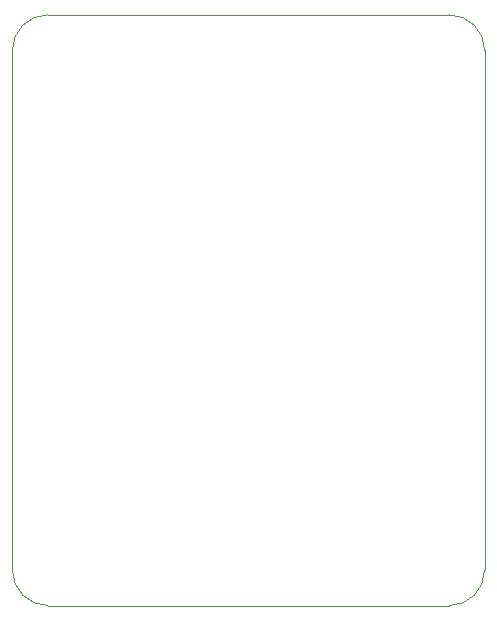
<source format=gbr>
%TF.GenerationSoftware,KiCad,Pcbnew,7.0.7*%
%TF.CreationDate,2024-09-16T17:18:32+01:00*%
%TF.ProjectId,Ponder,506f6e64-6572-42e6-9b69-6361645f7063,1.0RC*%
%TF.SameCoordinates,Original*%
%TF.FileFunction,Profile,NP*%
%FSLAX46Y46*%
G04 Gerber Fmt 4.6, Leading zero omitted, Abs format (unit mm)*
G04 Created by KiCad (PCBNEW 7.0.7) date 2024-09-16 17:18:32*
%MOMM*%
%LPD*%
G01*
G04 APERTURE LIST*
%TA.AperFunction,Profile*%
%ADD10C,0.100000*%
%TD*%
G04 APERTURE END LIST*
D10*
X120600000Y-120000000D02*
X120600000Y-75985000D01*
X160575000Y-75985000D02*
G75*
G03*
X157575000Y-72985000I-3000000J0D01*
G01*
X123600000Y-72985000D02*
G75*
G03*
X120600000Y-75985000I0J-3000000D01*
G01*
X120600000Y-120000000D02*
G75*
G03*
X123612500Y-123012500I3012500J0D01*
G01*
X123600000Y-72985000D02*
X157575000Y-72985000D01*
X157587500Y-123012500D02*
G75*
G03*
X160575000Y-120025000I0J2987500D01*
G01*
X157587500Y-123012500D02*
X123612500Y-123012500D01*
X160575000Y-75985000D02*
X160575000Y-120025000D01*
M02*

</source>
